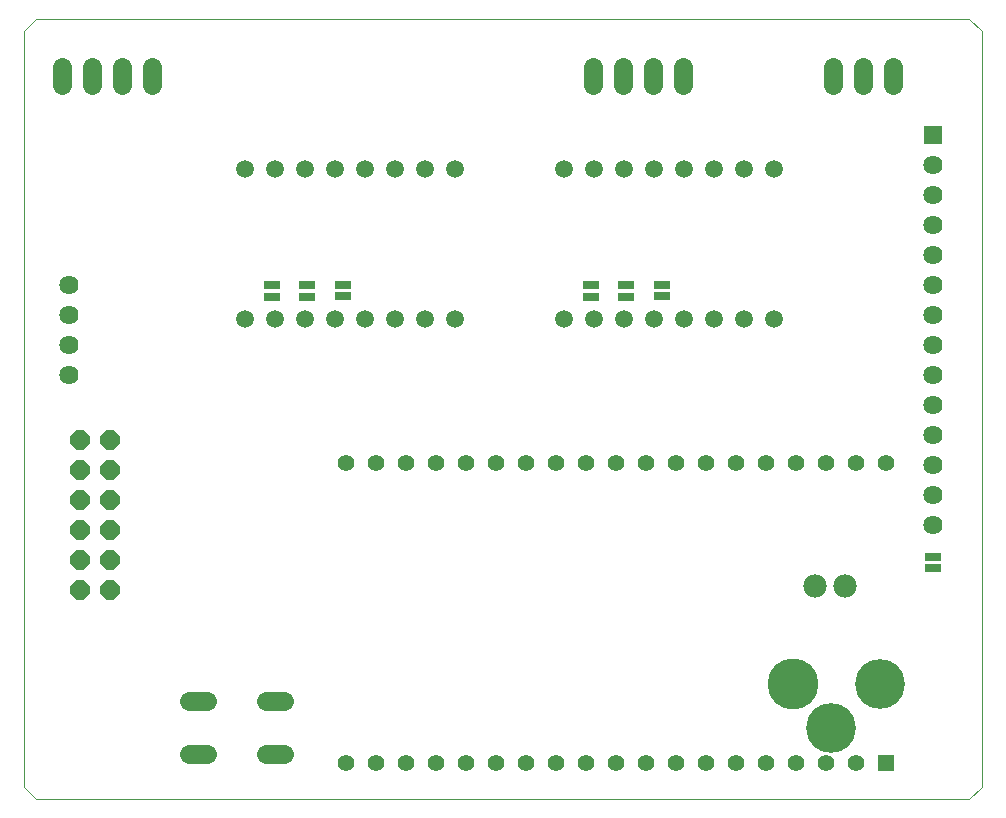
<source format=gbs>
G75*
%MOIN*%
%OFA0B0*%
%FSLAX25Y25*%
%IPPOS*%
%LPD*%
%AMOC8*
5,1,8,0,0,1.08239X$1,22.5*
%
%ADD10C,0.00000*%
%ADD11C,0.06400*%
%ADD12R,0.06400X0.06400*%
%ADD13R,0.05550X0.05550*%
%ADD14C,0.05550*%
%ADD15C,0.05943*%
%ADD16R,0.05400X0.02900*%
%ADD17C,0.16998*%
%ADD18C,0.16600*%
%ADD19C,0.07800*%
%ADD20C,0.06337*%
%ADD21C,0.06400*%
%ADD22OC8,0.06400*%
D10*
X0001000Y0004937D02*
X0001000Y0256906D01*
X0004937Y0260843D01*
X0315961Y0260843D01*
X0320409Y0256906D01*
X0320409Y0004937D01*
X0315961Y0001000D01*
X0004937Y0001000D01*
X0001000Y0004937D01*
D11*
X0016039Y0142063D03*
X0016039Y0152063D03*
X0016039Y0162063D03*
X0016039Y0172063D03*
X0304150Y0172063D03*
X0304150Y0182063D03*
X0304150Y0192063D03*
X0304150Y0202063D03*
X0304150Y0212063D03*
X0304150Y0162063D03*
X0304150Y0152063D03*
X0304150Y0142063D03*
X0304150Y0132063D03*
X0304150Y0122063D03*
X0304150Y0112063D03*
X0304150Y0102063D03*
X0304150Y0092063D03*
D12*
X0304150Y0222063D03*
D13*
X0288402Y0012811D03*
D14*
X0278402Y0012811D03*
X0268402Y0012811D03*
X0258402Y0012811D03*
X0248402Y0012811D03*
X0238402Y0012811D03*
X0228402Y0012811D03*
X0218402Y0012811D03*
X0208402Y0012811D03*
X0198402Y0012811D03*
X0188402Y0012811D03*
X0178402Y0012811D03*
X0168402Y0012811D03*
X0158402Y0012811D03*
X0148402Y0012811D03*
X0138402Y0012811D03*
X0128402Y0012811D03*
X0118402Y0012811D03*
X0108402Y0012811D03*
X0108402Y0112811D03*
X0118402Y0112811D03*
X0128402Y0112811D03*
X0138402Y0112811D03*
X0148402Y0112811D03*
X0158402Y0112811D03*
X0168402Y0112811D03*
X0178402Y0112811D03*
X0188402Y0112811D03*
X0198402Y0112811D03*
X0208402Y0112811D03*
X0218402Y0112811D03*
X0228402Y0112811D03*
X0238402Y0112811D03*
X0248402Y0112811D03*
X0258402Y0112811D03*
X0268402Y0112811D03*
X0278402Y0112811D03*
X0288402Y0112811D03*
D15*
X0251039Y0160724D03*
X0241039Y0160724D03*
X0231039Y0160724D03*
X0221039Y0160724D03*
X0211039Y0160724D03*
X0201039Y0160724D03*
X0191039Y0160724D03*
X0181039Y0160724D03*
X0144740Y0160724D03*
X0134740Y0160724D03*
X0124740Y0160724D03*
X0114740Y0160724D03*
X0104740Y0160724D03*
X0094740Y0160724D03*
X0084740Y0160724D03*
X0074740Y0160724D03*
X0074740Y0210724D03*
X0084740Y0210724D03*
X0094740Y0210724D03*
X0104740Y0210724D03*
X0114740Y0210724D03*
X0124740Y0210724D03*
X0134740Y0210724D03*
X0144740Y0210724D03*
X0181039Y0210724D03*
X0191039Y0210724D03*
X0201039Y0210724D03*
X0211039Y0210724D03*
X0221039Y0210724D03*
X0231039Y0210724D03*
X0241039Y0210724D03*
X0251039Y0210724D03*
D16*
X0213598Y0172063D03*
X0213598Y0168520D03*
X0201787Y0168291D03*
X0201787Y0172291D03*
X0189976Y0172291D03*
X0189976Y0168291D03*
X0107299Y0168520D03*
X0107299Y0172063D03*
X0095488Y0172291D03*
X0095488Y0168291D03*
X0083677Y0168291D03*
X0083677Y0172291D03*
X0304150Y0081512D03*
X0304150Y0077969D03*
D17*
X0257387Y0039189D03*
D18*
X0269898Y0024380D03*
X0286209Y0039089D03*
D19*
X0274780Y0071866D03*
X0264780Y0071866D03*
D20*
X0087630Y0033480D02*
X0081693Y0033480D01*
X0081693Y0015764D02*
X0087630Y0015764D01*
X0062039Y0015764D02*
X0056102Y0015764D01*
X0056102Y0033480D02*
X0062039Y0033480D01*
D21*
X0043559Y0238906D02*
X0043559Y0244906D01*
X0033559Y0244906D02*
X0033559Y0238906D01*
X0023559Y0238906D02*
X0023559Y0244906D01*
X0013559Y0244906D02*
X0013559Y0238906D01*
X0190724Y0238906D02*
X0190724Y0244906D01*
X0200724Y0244906D02*
X0200724Y0238906D01*
X0210724Y0238906D02*
X0210724Y0244906D01*
X0220724Y0244906D02*
X0220724Y0238906D01*
X0270528Y0238906D02*
X0270528Y0244906D01*
X0280528Y0244906D02*
X0280528Y0238906D01*
X0290528Y0238906D02*
X0290528Y0244906D01*
D22*
X0029622Y0120488D03*
X0029622Y0110488D03*
X0029622Y0100488D03*
X0029622Y0090488D03*
X0029622Y0080488D03*
X0019622Y0080488D03*
X0019622Y0090488D03*
X0019622Y0100488D03*
X0019622Y0110488D03*
X0019622Y0120488D03*
X0019622Y0070488D03*
X0029622Y0070488D03*
M02*

</source>
